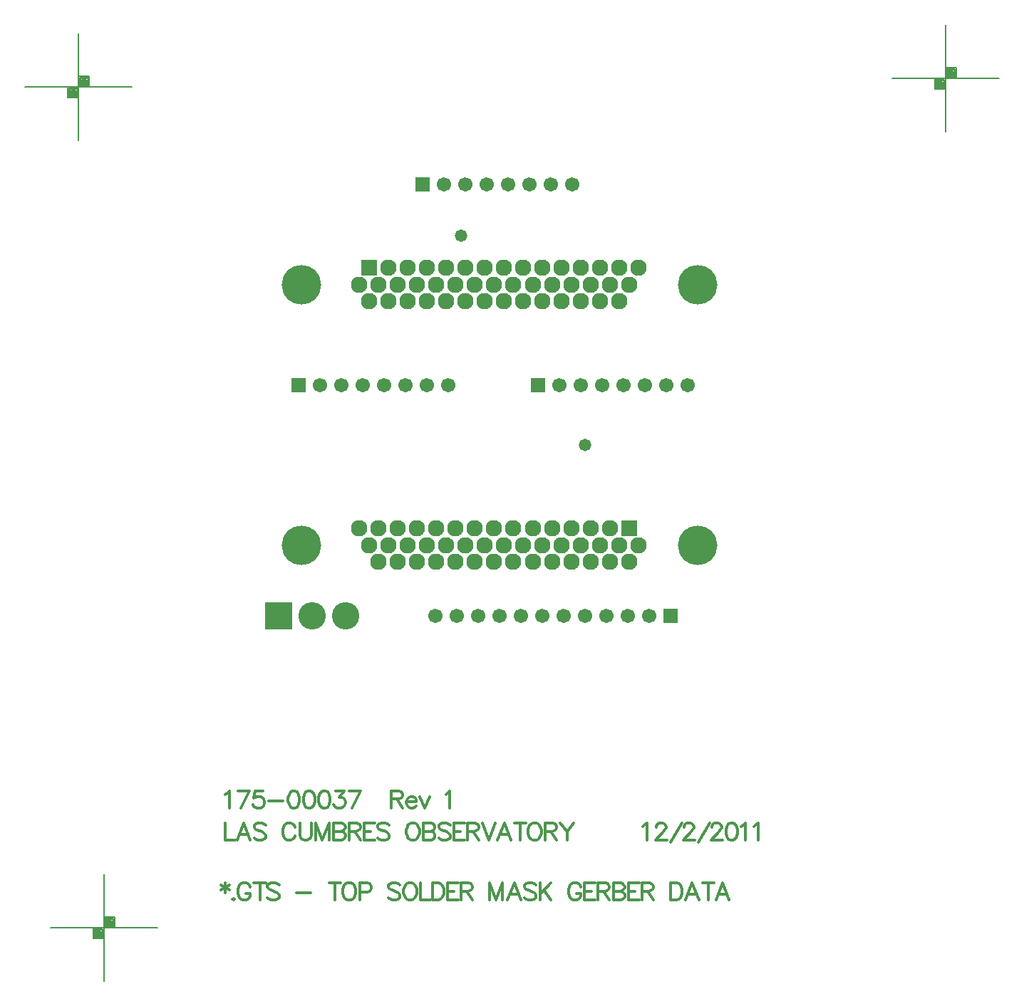
<source format=gts>
%FSLAX23Y23*%
%MOIN*%
G70*
G01*
G75*
G04 Layer_Color=8388736*
%ADD10C,0.010*%
%ADD11C,0.012*%
%ADD12C,0.008*%
%ADD13C,0.012*%
%ADD14C,0.012*%
%ADD15C,0.069*%
%ADD16R,0.069X0.069*%
%ADD17C,0.177*%
%ADD18C,0.059*%
%ADD19R,0.059X0.059*%
%ADD20C,0.120*%
%ADD21R,0.120X0.120*%
%ADD22C,0.050*%
%ADD23C,0.040*%
%ADD24C,0.087*%
G04:AMPARAMS|DCode=25|XSize=87.244mil|YSize=87.244mil|CornerRadius=0mil|HoleSize=0mil|Usage=FLASHONLY|Rotation=0.000|XOffset=0mil|YOffset=0mil|HoleType=Round|Shape=Relief|Width=10mil|Gap=10mil|Entries=4|*
%AMTHD25*
7,0,0,0.087,0.067,0.010,45*
%
%ADD25THD25*%
%ADD26C,0.162*%
%ADD27C,0.075*%
G04:AMPARAMS|DCode=28|XSize=110mil|YSize=110mil|CornerRadius=0mil|HoleSize=0mil|Usage=FLASHONLY|Rotation=0.000|XOffset=0mil|YOffset=0mil|HoleType=Round|Shape=Relief|Width=10mil|Gap=10mil|Entries=4|*
%AMTHD28*
7,0,0,0.110,0.090,0.010,45*
%
%ADD28THD28*%
%ADD29C,0.110*%
%ADD30C,0.068*%
G04:AMPARAMS|DCode=31|XSize=68mil|YSize=68mil|CornerRadius=0mil|HoleSize=0mil|Usage=FLASHONLY|Rotation=0.000|XOffset=0mil|YOffset=0mil|HoleType=Round|Shape=Relief|Width=10mil|Gap=10mil|Entries=4|*
%AMTHD31*
7,0,0,0.068,0.048,0.010,45*
%
%ADD31THD31*%
%ADD32R,0.050X0.050*%
%ADD33C,0.005*%
%ADD34C,0.020*%
%ADD35R,0.315X0.135*%
%ADD36C,0.077*%
%ADD37R,0.077X0.077*%
%ADD38C,0.185*%
%ADD39C,0.067*%
%ADD40R,0.067X0.067*%
%ADD41C,0.128*%
%ADD42R,0.128X0.128*%
%ADD43C,0.058*%
D11*
X44398Y33331D02*
Y33285D01*
X44378Y33320D02*
X44417Y33297D01*
Y33320D02*
X44378Y33297D01*
X44437Y33259D02*
X44433Y33255D01*
X44437Y33251D01*
X44441Y33255D01*
X44437Y33259D01*
X44515Y33312D02*
X44511Y33320D01*
X44504Y33327D01*
X44496Y33331D01*
X44481D01*
X44473Y33327D01*
X44466Y33320D01*
X44462Y33312D01*
X44458Y33301D01*
Y33281D01*
X44462Y33270D01*
X44466Y33262D01*
X44473Y33255D01*
X44481Y33251D01*
X44496D01*
X44504Y33255D01*
X44511Y33262D01*
X44515Y33270D01*
Y33281D01*
X44496D02*
X44515D01*
X44560Y33331D02*
Y33251D01*
X44533Y33331D02*
X44587D01*
X44650Y33320D02*
X44642Y33327D01*
X44631Y33331D01*
X44615D01*
X44604Y33327D01*
X44596Y33320D01*
Y33312D01*
X44600Y33304D01*
X44604Y33301D01*
X44612Y33297D01*
X44634Y33289D01*
X44642Y33285D01*
X44646Y33281D01*
X44650Y33274D01*
Y33262D01*
X44642Y33255D01*
X44631Y33251D01*
X44615D01*
X44604Y33255D01*
X44596Y33262D01*
X44730Y33285D02*
X44799D01*
X44912Y33331D02*
Y33251D01*
X44885Y33331D02*
X44939D01*
X44971D02*
X44963Y33327D01*
X44956Y33320D01*
X44952Y33312D01*
X44948Y33301D01*
Y33281D01*
X44952Y33270D01*
X44956Y33262D01*
X44963Y33255D01*
X44971Y33251D01*
X44986D01*
X44994Y33255D01*
X45002Y33262D01*
X45005Y33270D01*
X45009Y33281D01*
Y33301D01*
X45005Y33312D01*
X45002Y33320D01*
X44994Y33327D01*
X44986Y33331D01*
X44971D01*
X45028Y33289D02*
X45062D01*
X45074Y33293D01*
X45077Y33297D01*
X45081Y33304D01*
Y33316D01*
X45077Y33323D01*
X45074Y33327D01*
X45062Y33331D01*
X45028D01*
Y33251D01*
X45215Y33320D02*
X45208Y33327D01*
X45196Y33331D01*
X45181D01*
X45170Y33327D01*
X45162Y33320D01*
Y33312D01*
X45166Y33304D01*
X45170Y33301D01*
X45177Y33297D01*
X45200Y33289D01*
X45208Y33285D01*
X45211Y33281D01*
X45215Y33274D01*
Y33262D01*
X45208Y33255D01*
X45196Y33251D01*
X45181D01*
X45170Y33255D01*
X45162Y33262D01*
X45256Y33331D02*
X45248Y33327D01*
X45241Y33320D01*
X45237Y33312D01*
X45233Y33301D01*
Y33281D01*
X45237Y33270D01*
X45241Y33262D01*
X45248Y33255D01*
X45256Y33251D01*
X45271D01*
X45279Y33255D01*
X45286Y33262D01*
X45290Y33270D01*
X45294Y33281D01*
Y33301D01*
X45290Y33312D01*
X45286Y33320D01*
X45279Y33327D01*
X45271Y33331D01*
X45256D01*
X45313D02*
Y33251D01*
X45358D01*
X45367Y33331D02*
Y33251D01*
Y33331D02*
X45394D01*
X45405Y33327D01*
X45413Y33320D01*
X45417Y33312D01*
X45421Y33301D01*
Y33281D01*
X45417Y33270D01*
X45413Y33262D01*
X45405Y33255D01*
X45394Y33251D01*
X45367D01*
X45488Y33331D02*
X45438D01*
Y33251D01*
X45488D01*
X45438Y33293D02*
X45469D01*
X45501Y33331D02*
Y33251D01*
Y33331D02*
X45536D01*
X45547Y33327D01*
X45551Y33323D01*
X45555Y33316D01*
Y33308D01*
X45551Y33301D01*
X45547Y33297D01*
X45536Y33293D01*
X45501D01*
X45528D02*
X45555Y33251D01*
X45635Y33331D02*
Y33251D01*
Y33331D02*
X45666Y33251D01*
X45696Y33331D02*
X45666Y33251D01*
X45696Y33331D02*
Y33251D01*
X45780D02*
X45750Y33331D01*
X45719Y33251D01*
X45731Y33278D02*
X45769D01*
X45852Y33320D02*
X45844Y33327D01*
X45833Y33331D01*
X45818D01*
X45806Y33327D01*
X45799Y33320D01*
Y33312D01*
X45803Y33304D01*
X45806Y33301D01*
X45814Y33297D01*
X45837Y33289D01*
X45844Y33285D01*
X45848Y33281D01*
X45852Y33274D01*
Y33262D01*
X45844Y33255D01*
X45833Y33251D01*
X45818D01*
X45806Y33255D01*
X45799Y33262D01*
X45870Y33331D02*
Y33251D01*
X45923Y33331D02*
X45870Y33278D01*
X45889Y33297D02*
X45923Y33251D01*
X46061Y33312D02*
X46057Y33320D01*
X46050Y33327D01*
X46042Y33331D01*
X46027D01*
X46019Y33327D01*
X46012Y33320D01*
X46008Y33312D01*
X46004Y33301D01*
Y33281D01*
X46008Y33270D01*
X46012Y33262D01*
X46019Y33255D01*
X46027Y33251D01*
X46042D01*
X46050Y33255D01*
X46057Y33262D01*
X46061Y33270D01*
Y33281D01*
X46042D02*
X46061D01*
X46129Y33331D02*
X46079D01*
Y33251D01*
X46129D01*
X46079Y33293D02*
X46110D01*
X46142Y33331D02*
Y33251D01*
Y33331D02*
X46177D01*
X46188Y33327D01*
X46192Y33323D01*
X46196Y33316D01*
Y33308D01*
X46192Y33301D01*
X46188Y33297D01*
X46177Y33293D01*
X46142D01*
X46169D02*
X46196Y33251D01*
X46214Y33331D02*
Y33251D01*
Y33331D02*
X46248D01*
X46259Y33327D01*
X46263Y33323D01*
X46267Y33316D01*
Y33308D01*
X46263Y33301D01*
X46259Y33297D01*
X46248Y33293D01*
X46214D02*
X46248D01*
X46259Y33289D01*
X46263Y33285D01*
X46267Y33278D01*
Y33266D01*
X46263Y33259D01*
X46259Y33255D01*
X46248Y33251D01*
X46214D01*
X46334Y33331D02*
X46285D01*
Y33251D01*
X46334D01*
X46285Y33293D02*
X46315D01*
X46348Y33331D02*
Y33251D01*
Y33331D02*
X46382D01*
X46393Y33327D01*
X46397Y33323D01*
X46401Y33316D01*
Y33308D01*
X46397Y33301D01*
X46393Y33297D01*
X46382Y33293D01*
X46348D01*
X46374D02*
X46401Y33251D01*
X46482Y33331D02*
Y33251D01*
Y33331D02*
X46508D01*
X46520Y33327D01*
X46527Y33320D01*
X46531Y33312D01*
X46535Y33301D01*
Y33281D01*
X46531Y33270D01*
X46527Y33262D01*
X46520Y33255D01*
X46508Y33251D01*
X46482D01*
X46614D02*
X46583Y33331D01*
X46553Y33251D01*
X46564Y33278D02*
X46602D01*
X46659Y33331D02*
Y33251D01*
X46632Y33331D02*
X46686D01*
X46756Y33251D02*
X46726Y33331D01*
X46695Y33251D01*
X46707Y33278D02*
X46745D01*
D12*
X47518Y37098D02*
X48018D01*
X47768Y36848D02*
Y37348D01*
X47818Y37098D02*
Y37148D01*
X47768D02*
X47818D01*
X47718Y37048D02*
Y37098D01*
Y37048D02*
X47768D01*
X47723Y37093D02*
X47763D01*
X47723Y37053D02*
Y37093D01*
Y37053D02*
X47763D01*
Y37093D01*
X47728Y37088D02*
X47758D01*
X47728Y37058D02*
Y37088D01*
Y37058D02*
X47758D01*
Y37083D01*
X47733D02*
X47753D01*
X47733Y37063D02*
Y37083D01*
Y37063D02*
X47753D01*
Y37078D01*
X47738D02*
X47748D01*
X47738Y37068D02*
Y37078D01*
Y37068D02*
X47748D01*
Y37078D01*
X47738Y37073D02*
X47748D01*
X47773Y37143D02*
X47813D01*
X47773Y37103D02*
Y37143D01*
Y37103D02*
X47813D01*
Y37143D01*
X47778Y37138D02*
X47808D01*
X47778Y37108D02*
Y37138D01*
Y37108D02*
X47808D01*
Y37133D01*
X47783D02*
X47803D01*
X47783Y37113D02*
Y37133D01*
Y37113D02*
X47803D01*
Y37128D01*
X47788D02*
X47798D01*
X47788Y37118D02*
Y37128D01*
Y37118D02*
X47798D01*
Y37128D01*
X47788Y37123D02*
X47798D01*
X43463Y37058D02*
X43963D01*
X43713Y36808D02*
Y37308D01*
X43763Y37058D02*
Y37108D01*
X43713D02*
X43763D01*
X43663Y37008D02*
Y37058D01*
Y37008D02*
X43713D01*
X43668Y37053D02*
X43708D01*
X43668Y37013D02*
Y37053D01*
Y37013D02*
X43708D01*
Y37053D01*
X43673Y37048D02*
X43703D01*
X43673Y37018D02*
Y37048D01*
Y37018D02*
X43703D01*
Y37043D01*
X43678D02*
X43698D01*
X43678Y37023D02*
Y37043D01*
Y37023D02*
X43698D01*
Y37038D01*
X43683D02*
X43693D01*
X43683Y37028D02*
Y37038D01*
Y37028D02*
X43693D01*
Y37038D01*
X43683Y37033D02*
X43693D01*
X43718Y37103D02*
X43758D01*
X43718Y37063D02*
Y37103D01*
Y37063D02*
X43758D01*
Y37103D01*
X43723Y37098D02*
X43753D01*
X43723Y37068D02*
Y37098D01*
Y37068D02*
X43753D01*
Y37093D01*
X43728D02*
X43748D01*
X43728Y37073D02*
Y37093D01*
Y37073D02*
X43748D01*
Y37088D01*
X43733D02*
X43743D01*
X43733Y37078D02*
Y37088D01*
Y37078D02*
X43743D01*
Y37088D01*
X43733Y37083D02*
X43743D01*
X43581Y33121D02*
X44081D01*
X43831Y32871D02*
Y33371D01*
X43881Y33121D02*
Y33171D01*
X43831D02*
X43881D01*
X43781Y33071D02*
Y33121D01*
Y33071D02*
X43831D01*
X43786Y33116D02*
X43826D01*
X43786Y33076D02*
Y33116D01*
Y33076D02*
X43826D01*
Y33116D01*
X43791Y33111D02*
X43821D01*
X43791Y33081D02*
Y33111D01*
Y33081D02*
X43821D01*
Y33106D01*
X43796D02*
X43816D01*
X43796Y33086D02*
Y33106D01*
Y33086D02*
X43816D01*
Y33101D01*
X43801D02*
X43811D01*
X43801Y33091D02*
Y33101D01*
Y33091D02*
X43811D01*
Y33101D01*
X43801Y33096D02*
X43811D01*
X43836Y33166D02*
X43876D01*
X43836Y33126D02*
Y33166D01*
Y33126D02*
X43876D01*
Y33166D01*
X43841Y33161D02*
X43871D01*
X43841Y33131D02*
Y33161D01*
Y33131D02*
X43871D01*
Y33156D01*
X43846D02*
X43866D01*
X43846Y33136D02*
Y33156D01*
Y33136D02*
X43866D01*
Y33151D01*
X43851D02*
X43861D01*
X43851Y33141D02*
Y33151D01*
Y33141D02*
X43861D01*
Y33151D01*
X43851Y33146D02*
X43861D01*
D13*
X44399Y33746D02*
X44407Y33750D01*
X44419Y33762D01*
Y33682D01*
X44511Y33762D02*
X44473Y33682D01*
X44458Y33762D02*
X44511D01*
X44575D02*
X44537D01*
X44533Y33727D01*
X44537Y33731D01*
X44548Y33735D01*
X44560D01*
X44571Y33731D01*
X44579Y33724D01*
X44583Y33712D01*
Y33704D01*
X44579Y33693D01*
X44571Y33685D01*
X44560Y33682D01*
X44548D01*
X44537Y33685D01*
X44533Y33689D01*
X44529Y33697D01*
X44601Y33716D02*
X44669D01*
X44716Y33762D02*
X44704Y33758D01*
X44697Y33746D01*
X44693Y33727D01*
Y33716D01*
X44697Y33697D01*
X44704Y33685D01*
X44716Y33682D01*
X44723D01*
X44735Y33685D01*
X44742Y33697D01*
X44746Y33716D01*
Y33727D01*
X44742Y33746D01*
X44735Y33758D01*
X44723Y33762D01*
X44716D01*
X44787D02*
X44775Y33758D01*
X44768Y33746D01*
X44764Y33727D01*
Y33716D01*
X44768Y33697D01*
X44775Y33685D01*
X44787Y33682D01*
X44794D01*
X44806Y33685D01*
X44814Y33697D01*
X44817Y33716D01*
Y33727D01*
X44814Y33746D01*
X44806Y33758D01*
X44794Y33762D01*
X44787D01*
X44858D02*
X44847Y33758D01*
X44839Y33746D01*
X44835Y33727D01*
Y33716D01*
X44839Y33697D01*
X44847Y33685D01*
X44858Y33682D01*
X44866D01*
X44877Y33685D01*
X44885Y33697D01*
X44889Y33716D01*
Y33727D01*
X44885Y33746D01*
X44877Y33758D01*
X44866Y33762D01*
X44858D01*
X44914D02*
X44956D01*
X44933Y33731D01*
X44945D01*
X44952Y33727D01*
X44956Y33724D01*
X44960Y33712D01*
Y33704D01*
X44956Y33693D01*
X44948Y33685D01*
X44937Y33682D01*
X44925D01*
X44914Y33685D01*
X44910Y33689D01*
X44906Y33697D01*
X45031Y33762D02*
X44993Y33682D01*
X44978Y33762D02*
X45031D01*
X45175D02*
Y33682D01*
Y33762D02*
X45209D01*
X45220Y33758D01*
X45224Y33754D01*
X45228Y33746D01*
Y33739D01*
X45224Y33731D01*
X45220Y33727D01*
X45209Y33724D01*
X45175D01*
X45201D02*
X45228Y33682D01*
X45246Y33712D02*
X45291D01*
Y33720D01*
X45288Y33727D01*
X45284Y33731D01*
X45276Y33735D01*
X45265D01*
X45257Y33731D01*
X45250Y33724D01*
X45246Y33712D01*
Y33704D01*
X45250Y33693D01*
X45257Y33685D01*
X45265Y33682D01*
X45276D01*
X45284Y33685D01*
X45291Y33693D01*
X45309Y33735D02*
X45331Y33682D01*
X45354Y33735D02*
X45331Y33682D01*
X45430Y33746D02*
X45438Y33750D01*
X45449Y33762D01*
Y33682D01*
D14*
X44399Y33612D02*
Y33532D01*
X44445D01*
X44515D02*
X44484Y33612D01*
X44454Y33532D01*
X44465Y33558D02*
X44503D01*
X44587Y33600D02*
X44579Y33608D01*
X44568Y33612D01*
X44553D01*
X44541Y33608D01*
X44534Y33600D01*
Y33593D01*
X44537Y33585D01*
X44541Y33581D01*
X44549Y33577D01*
X44572Y33570D01*
X44579Y33566D01*
X44583Y33562D01*
X44587Y33554D01*
Y33543D01*
X44579Y33535D01*
X44568Y33532D01*
X44553D01*
X44541Y33535D01*
X44534Y33543D01*
X44725Y33593D02*
X44721Y33600D01*
X44713Y33608D01*
X44706Y33612D01*
X44690D01*
X44683Y33608D01*
X44675Y33600D01*
X44671Y33593D01*
X44668Y33581D01*
Y33562D01*
X44671Y33551D01*
X44675Y33543D01*
X44683Y33535D01*
X44690Y33532D01*
X44706D01*
X44713Y33535D01*
X44721Y33543D01*
X44725Y33551D01*
X44747Y33612D02*
Y33554D01*
X44751Y33543D01*
X44759Y33535D01*
X44770Y33532D01*
X44778D01*
X44789Y33535D01*
X44797Y33543D01*
X44801Y33554D01*
Y33612D01*
X44823D02*
Y33532D01*
Y33612D02*
X44853Y33532D01*
X44884Y33612D02*
X44853Y33532D01*
X44884Y33612D02*
Y33532D01*
X44906Y33612D02*
Y33532D01*
Y33612D02*
X44941D01*
X44952Y33608D01*
X44956Y33604D01*
X44960Y33596D01*
Y33589D01*
X44956Y33581D01*
X44952Y33577D01*
X44941Y33573D01*
X44906D02*
X44941D01*
X44952Y33570D01*
X44956Y33566D01*
X44960Y33558D01*
Y33547D01*
X44956Y33539D01*
X44952Y33535D01*
X44941Y33532D01*
X44906D01*
X44978Y33612D02*
Y33532D01*
Y33612D02*
X45012D01*
X45023Y33608D01*
X45027Y33604D01*
X45031Y33596D01*
Y33589D01*
X45027Y33581D01*
X45023Y33577D01*
X45012Y33573D01*
X44978D01*
X45004D02*
X45031Y33532D01*
X45098Y33612D02*
X45049D01*
Y33532D01*
X45098D01*
X45049Y33573D02*
X45079D01*
X45165Y33600D02*
X45157Y33608D01*
X45146Y33612D01*
X45131D01*
X45119Y33608D01*
X45112Y33600D01*
Y33593D01*
X45116Y33585D01*
X45119Y33581D01*
X45127Y33577D01*
X45150Y33570D01*
X45157Y33566D01*
X45161Y33562D01*
X45165Y33554D01*
Y33543D01*
X45157Y33535D01*
X45146Y33532D01*
X45131D01*
X45119Y33535D01*
X45112Y33543D01*
X45269Y33612D02*
X45261Y33608D01*
X45253Y33600D01*
X45250Y33593D01*
X45246Y33581D01*
Y33562D01*
X45250Y33551D01*
X45253Y33543D01*
X45261Y33535D01*
X45269Y33532D01*
X45284D01*
X45291Y33535D01*
X45299Y33543D01*
X45303Y33551D01*
X45307Y33562D01*
Y33581D01*
X45303Y33593D01*
X45299Y33600D01*
X45291Y33608D01*
X45284Y33612D01*
X45269D01*
X45325D02*
Y33532D01*
Y33612D02*
X45360D01*
X45371Y33608D01*
X45375Y33604D01*
X45379Y33596D01*
Y33589D01*
X45375Y33581D01*
X45371Y33577D01*
X45360Y33573D01*
X45325D02*
X45360D01*
X45371Y33570D01*
X45375Y33566D01*
X45379Y33558D01*
Y33547D01*
X45375Y33539D01*
X45371Y33535D01*
X45360Y33532D01*
X45325D01*
X45450Y33600D02*
X45442Y33608D01*
X45431Y33612D01*
X45416D01*
X45404Y33608D01*
X45397Y33600D01*
Y33593D01*
X45400Y33585D01*
X45404Y33581D01*
X45412Y33577D01*
X45435Y33570D01*
X45442Y33566D01*
X45446Y33562D01*
X45450Y33554D01*
Y33543D01*
X45442Y33535D01*
X45431Y33532D01*
X45416D01*
X45404Y33535D01*
X45397Y33543D01*
X45517Y33612D02*
X45468D01*
Y33532D01*
X45517D01*
X45468Y33573D02*
X45498D01*
X45531Y33612D02*
Y33532D01*
Y33612D02*
X45565D01*
X45576Y33608D01*
X45580Y33604D01*
X45584Y33596D01*
Y33589D01*
X45580Y33581D01*
X45576Y33577D01*
X45565Y33573D01*
X45531D01*
X45557D02*
X45584Y33532D01*
X45602Y33612D02*
X45632Y33532D01*
X45663Y33612D02*
X45632Y33532D01*
X45734D02*
X45704Y33612D01*
X45673Y33532D01*
X45685Y33558D02*
X45723D01*
X45779Y33612D02*
Y33532D01*
X45753Y33612D02*
X45806D01*
X45838D02*
X45831Y33608D01*
X45823Y33600D01*
X45819Y33593D01*
X45816Y33581D01*
Y33562D01*
X45819Y33551D01*
X45823Y33543D01*
X45831Y33535D01*
X45838Y33532D01*
X45854D01*
X45861Y33535D01*
X45869Y33543D01*
X45873Y33551D01*
X45877Y33562D01*
Y33581D01*
X45873Y33593D01*
X45869Y33600D01*
X45861Y33608D01*
X45854Y33612D01*
X45838D01*
X45895D02*
Y33532D01*
Y33612D02*
X45929D01*
X45941Y33608D01*
X45945Y33604D01*
X45948Y33596D01*
Y33589D01*
X45945Y33581D01*
X45941Y33577D01*
X45929Y33573D01*
X45895D01*
X45922D02*
X45948Y33532D01*
X45966Y33612D02*
X45997Y33573D01*
Y33532D01*
X46027Y33612D02*
X45997Y33573D01*
X46352Y33596D02*
X46359Y33600D01*
X46371Y33612D01*
Y33532D01*
X46414Y33593D02*
Y33596D01*
X46418Y33604D01*
X46422Y33608D01*
X46430Y33612D01*
X46445D01*
X46452Y33608D01*
X46456Y33604D01*
X46460Y33596D01*
Y33589D01*
X46456Y33581D01*
X46449Y33570D01*
X46410Y33532D01*
X46464D01*
X46482Y33520D02*
X46535Y33612D01*
X46544Y33593D02*
Y33596D01*
X46548Y33604D01*
X46552Y33608D01*
X46559Y33612D01*
X46575D01*
X46582Y33608D01*
X46586Y33604D01*
X46590Y33596D01*
Y33589D01*
X46586Y33581D01*
X46578Y33570D01*
X46540Y33532D01*
X46594D01*
X46612Y33520D02*
X46665Y33612D01*
X46674Y33593D02*
Y33596D01*
X46678Y33604D01*
X46682Y33608D01*
X46689Y33612D01*
X46705D01*
X46712Y33608D01*
X46716Y33604D01*
X46720Y33596D01*
Y33589D01*
X46716Y33581D01*
X46708Y33570D01*
X46670Y33532D01*
X46724D01*
X46764Y33612D02*
X46753Y33608D01*
X46745Y33596D01*
X46741Y33577D01*
Y33566D01*
X46745Y33547D01*
X46753Y33535D01*
X46764Y33532D01*
X46772D01*
X46783Y33535D01*
X46791Y33547D01*
X46795Y33566D01*
Y33577D01*
X46791Y33596D01*
X46783Y33608D01*
X46772Y33612D01*
X46764D01*
X46813Y33596D02*
X46820Y33600D01*
X46832Y33612D01*
Y33532D01*
X46871Y33596D02*
X46879Y33600D01*
X46890Y33612D01*
Y33532D01*
D36*
X46242Y36055D02*
D03*
X46152D02*
D03*
X46062D02*
D03*
X45972D02*
D03*
X45882D02*
D03*
X45792D02*
D03*
X45701D02*
D03*
X45611D02*
D03*
X45521D02*
D03*
X45431D02*
D03*
X45341D02*
D03*
X45251D02*
D03*
X45160D02*
D03*
X45070D02*
D03*
X46287Y36133D02*
D03*
X46197D02*
D03*
X46107D02*
D03*
X46017D02*
D03*
X45927D02*
D03*
X45837D02*
D03*
X45746D02*
D03*
X45656D02*
D03*
X45566D02*
D03*
X45476D02*
D03*
X45386D02*
D03*
X45296D02*
D03*
X45206D02*
D03*
X45115D02*
D03*
X45025D02*
D03*
X46332Y36211D02*
D03*
X46242D02*
D03*
X46152D02*
D03*
X46062D02*
D03*
X45972D02*
D03*
X45882D02*
D03*
X45792D02*
D03*
X45701D02*
D03*
X45611D02*
D03*
X45521D02*
D03*
X45431D02*
D03*
X45341D02*
D03*
X45251D02*
D03*
X45160D02*
D03*
X46197Y34991D02*
D03*
X46107D02*
D03*
X46017D02*
D03*
X45927D02*
D03*
X45837D02*
D03*
X45746D02*
D03*
X45656D02*
D03*
X45566D02*
D03*
X45476D02*
D03*
X45386D02*
D03*
X45296D02*
D03*
X45206D02*
D03*
X45115D02*
D03*
X45025D02*
D03*
X46332Y34913D02*
D03*
X46242D02*
D03*
X46152D02*
D03*
X46062D02*
D03*
X45972D02*
D03*
X45882D02*
D03*
X45792D02*
D03*
X45701D02*
D03*
X45611D02*
D03*
X45521D02*
D03*
X45431D02*
D03*
X45341D02*
D03*
X45251D02*
D03*
X45160D02*
D03*
X45070D02*
D03*
X46287Y34835D02*
D03*
X46197D02*
D03*
X46107D02*
D03*
X46017D02*
D03*
X45927D02*
D03*
X45837D02*
D03*
X45746D02*
D03*
X45656D02*
D03*
X45566D02*
D03*
X45476D02*
D03*
X45386D02*
D03*
X45296D02*
D03*
X45206D02*
D03*
X45115D02*
D03*
D37*
X45070Y36211D02*
D03*
X46287Y34991D02*
D03*
D38*
X46607Y36133D02*
D03*
X44755D02*
D03*
Y34913D02*
D03*
X46607D02*
D03*
D39*
X45380Y34580D02*
D03*
X45480D02*
D03*
X45580D02*
D03*
X45680D02*
D03*
X45780D02*
D03*
X45880D02*
D03*
X45980D02*
D03*
X46080D02*
D03*
X46180D02*
D03*
X46280D02*
D03*
X46380D02*
D03*
X45440Y35661D02*
D03*
X45340D02*
D03*
X45240D02*
D03*
X45140D02*
D03*
X45040D02*
D03*
X44940D02*
D03*
X44840D02*
D03*
X46020Y36600D02*
D03*
X45920D02*
D03*
X45820D02*
D03*
X45720D02*
D03*
X45620D02*
D03*
X45520D02*
D03*
X45420D02*
D03*
X46560Y35661D02*
D03*
X46460D02*
D03*
X46360D02*
D03*
X46260D02*
D03*
X46160D02*
D03*
X46060D02*
D03*
X45960D02*
D03*
D40*
X46480Y34580D02*
D03*
X44740Y35661D02*
D03*
X45320Y36600D02*
D03*
X45860Y35661D02*
D03*
D41*
X44960Y34580D02*
D03*
X44804D02*
D03*
D42*
X44648D02*
D03*
D43*
X45500Y36361D02*
D03*
X46080Y35381D02*
D03*
M02*

</source>
